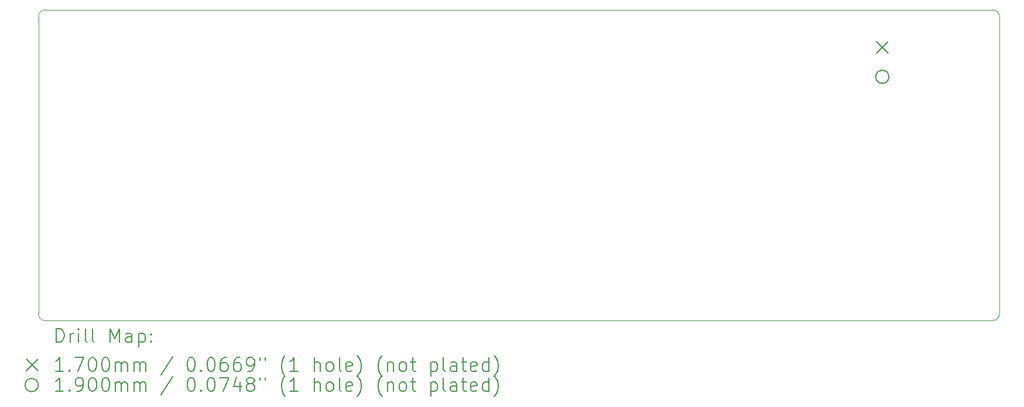
<source format=gbr>
%TF.GenerationSoftware,KiCad,Pcbnew,9.0.3*%
%TF.CreationDate,2025-08-26T17:04:27-07:00*%
%TF.ProjectId,newbatt,6e657762-6174-4742-9e6b-696361645f70,3*%
%TF.SameCoordinates,Original*%
%TF.FileFunction,Drillmap*%
%TF.FilePolarity,Positive*%
%FSLAX45Y45*%
G04 Gerber Fmt 4.5, Leading zero omitted, Abs format (unit mm)*
G04 Created by KiCad (PCBNEW 9.0.3) date 2025-08-26 17:04:27*
%MOMM*%
%LPD*%
G01*
G04 APERTURE LIST*
%ADD10C,0.050000*%
%ADD11C,0.200000*%
%ADD12C,0.170000*%
%ADD13C,0.190000*%
G04 APERTURE END LIST*
D10*
X15400000Y-5900000D02*
G75*
G02*
X15300000Y-6000000I-100000J0D01*
G01*
X1500000Y-1600000D02*
G75*
G02*
X1600000Y-1500000I100000J0D01*
G01*
X1500000Y-1600000D02*
X1500000Y-5900000D01*
X15400000Y-5900000D02*
X15400000Y-1600000D01*
X1600000Y-1500000D02*
X15300000Y-1500000D01*
X1600000Y-6000000D02*
G75*
G02*
X1500000Y-5900000I0J100000D01*
G01*
X1600000Y-6000000D02*
X15300000Y-6000000D01*
X15300000Y-1500000D02*
G75*
G02*
X15400000Y-1600000I0J-100000D01*
G01*
D11*
D12*
X13620000Y-1955000D02*
X13790000Y-2125000D01*
X13790000Y-1955000D02*
X13620000Y-2125000D01*
D13*
X13800000Y-2470000D02*
G75*
G02*
X13610000Y-2470000I-95000J0D01*
G01*
X13610000Y-2470000D02*
G75*
G02*
X13800000Y-2470000I95000J0D01*
G01*
D11*
X1758277Y-6313984D02*
X1758277Y-6113984D01*
X1758277Y-6113984D02*
X1805896Y-6113984D01*
X1805896Y-6113984D02*
X1834467Y-6123508D01*
X1834467Y-6123508D02*
X1853515Y-6142555D01*
X1853515Y-6142555D02*
X1863039Y-6161603D01*
X1863039Y-6161603D02*
X1872562Y-6199698D01*
X1872562Y-6199698D02*
X1872562Y-6228269D01*
X1872562Y-6228269D02*
X1863039Y-6266365D01*
X1863039Y-6266365D02*
X1853515Y-6285412D01*
X1853515Y-6285412D02*
X1834467Y-6304460D01*
X1834467Y-6304460D02*
X1805896Y-6313984D01*
X1805896Y-6313984D02*
X1758277Y-6313984D01*
X1958277Y-6313984D02*
X1958277Y-6180650D01*
X1958277Y-6218746D02*
X1967801Y-6199698D01*
X1967801Y-6199698D02*
X1977324Y-6190174D01*
X1977324Y-6190174D02*
X1996372Y-6180650D01*
X1996372Y-6180650D02*
X2015420Y-6180650D01*
X2082086Y-6313984D02*
X2082086Y-6180650D01*
X2082086Y-6113984D02*
X2072562Y-6123508D01*
X2072562Y-6123508D02*
X2082086Y-6133031D01*
X2082086Y-6133031D02*
X2091610Y-6123508D01*
X2091610Y-6123508D02*
X2082086Y-6113984D01*
X2082086Y-6113984D02*
X2082086Y-6133031D01*
X2205896Y-6313984D02*
X2186848Y-6304460D01*
X2186848Y-6304460D02*
X2177324Y-6285412D01*
X2177324Y-6285412D02*
X2177324Y-6113984D01*
X2310658Y-6313984D02*
X2291610Y-6304460D01*
X2291610Y-6304460D02*
X2282086Y-6285412D01*
X2282086Y-6285412D02*
X2282086Y-6113984D01*
X2539229Y-6313984D02*
X2539229Y-6113984D01*
X2539229Y-6113984D02*
X2605896Y-6256841D01*
X2605896Y-6256841D02*
X2672563Y-6113984D01*
X2672563Y-6113984D02*
X2672563Y-6313984D01*
X2853515Y-6313984D02*
X2853515Y-6209222D01*
X2853515Y-6209222D02*
X2843991Y-6190174D01*
X2843991Y-6190174D02*
X2824943Y-6180650D01*
X2824943Y-6180650D02*
X2786848Y-6180650D01*
X2786848Y-6180650D02*
X2767801Y-6190174D01*
X2853515Y-6304460D02*
X2834467Y-6313984D01*
X2834467Y-6313984D02*
X2786848Y-6313984D01*
X2786848Y-6313984D02*
X2767801Y-6304460D01*
X2767801Y-6304460D02*
X2758277Y-6285412D01*
X2758277Y-6285412D02*
X2758277Y-6266365D01*
X2758277Y-6266365D02*
X2767801Y-6247317D01*
X2767801Y-6247317D02*
X2786848Y-6237793D01*
X2786848Y-6237793D02*
X2834467Y-6237793D01*
X2834467Y-6237793D02*
X2853515Y-6228269D01*
X2948753Y-6180650D02*
X2948753Y-6380650D01*
X2948753Y-6190174D02*
X2967801Y-6180650D01*
X2967801Y-6180650D02*
X3005896Y-6180650D01*
X3005896Y-6180650D02*
X3024943Y-6190174D01*
X3024943Y-6190174D02*
X3034467Y-6199698D01*
X3034467Y-6199698D02*
X3043991Y-6218746D01*
X3043991Y-6218746D02*
X3043991Y-6275888D01*
X3043991Y-6275888D02*
X3034467Y-6294936D01*
X3034467Y-6294936D02*
X3024943Y-6304460D01*
X3024943Y-6304460D02*
X3005896Y-6313984D01*
X3005896Y-6313984D02*
X2967801Y-6313984D01*
X2967801Y-6313984D02*
X2948753Y-6304460D01*
X3129705Y-6294936D02*
X3139229Y-6304460D01*
X3139229Y-6304460D02*
X3129705Y-6313984D01*
X3129705Y-6313984D02*
X3120182Y-6304460D01*
X3120182Y-6304460D02*
X3129705Y-6294936D01*
X3129705Y-6294936D02*
X3129705Y-6313984D01*
X3129705Y-6190174D02*
X3139229Y-6199698D01*
X3139229Y-6199698D02*
X3129705Y-6209222D01*
X3129705Y-6209222D02*
X3120182Y-6199698D01*
X3120182Y-6199698D02*
X3129705Y-6190174D01*
X3129705Y-6190174D02*
X3129705Y-6209222D01*
D12*
X1327500Y-6557500D02*
X1497500Y-6727500D01*
X1497500Y-6557500D02*
X1327500Y-6727500D01*
D11*
X1863039Y-6733984D02*
X1748753Y-6733984D01*
X1805896Y-6733984D02*
X1805896Y-6533984D01*
X1805896Y-6533984D02*
X1786848Y-6562555D01*
X1786848Y-6562555D02*
X1767801Y-6581603D01*
X1767801Y-6581603D02*
X1748753Y-6591127D01*
X1948753Y-6714936D02*
X1958277Y-6724460D01*
X1958277Y-6724460D02*
X1948753Y-6733984D01*
X1948753Y-6733984D02*
X1939229Y-6724460D01*
X1939229Y-6724460D02*
X1948753Y-6714936D01*
X1948753Y-6714936D02*
X1948753Y-6733984D01*
X2024943Y-6533984D02*
X2158277Y-6533984D01*
X2158277Y-6533984D02*
X2072562Y-6733984D01*
X2272563Y-6533984D02*
X2291610Y-6533984D01*
X2291610Y-6533984D02*
X2310658Y-6543508D01*
X2310658Y-6543508D02*
X2320182Y-6553031D01*
X2320182Y-6553031D02*
X2329705Y-6572079D01*
X2329705Y-6572079D02*
X2339229Y-6610174D01*
X2339229Y-6610174D02*
X2339229Y-6657793D01*
X2339229Y-6657793D02*
X2329705Y-6695888D01*
X2329705Y-6695888D02*
X2320182Y-6714936D01*
X2320182Y-6714936D02*
X2310658Y-6724460D01*
X2310658Y-6724460D02*
X2291610Y-6733984D01*
X2291610Y-6733984D02*
X2272563Y-6733984D01*
X2272563Y-6733984D02*
X2253515Y-6724460D01*
X2253515Y-6724460D02*
X2243991Y-6714936D01*
X2243991Y-6714936D02*
X2234467Y-6695888D01*
X2234467Y-6695888D02*
X2224944Y-6657793D01*
X2224944Y-6657793D02*
X2224944Y-6610174D01*
X2224944Y-6610174D02*
X2234467Y-6572079D01*
X2234467Y-6572079D02*
X2243991Y-6553031D01*
X2243991Y-6553031D02*
X2253515Y-6543508D01*
X2253515Y-6543508D02*
X2272563Y-6533984D01*
X2463039Y-6533984D02*
X2482086Y-6533984D01*
X2482086Y-6533984D02*
X2501134Y-6543508D01*
X2501134Y-6543508D02*
X2510658Y-6553031D01*
X2510658Y-6553031D02*
X2520182Y-6572079D01*
X2520182Y-6572079D02*
X2529705Y-6610174D01*
X2529705Y-6610174D02*
X2529705Y-6657793D01*
X2529705Y-6657793D02*
X2520182Y-6695888D01*
X2520182Y-6695888D02*
X2510658Y-6714936D01*
X2510658Y-6714936D02*
X2501134Y-6724460D01*
X2501134Y-6724460D02*
X2482086Y-6733984D01*
X2482086Y-6733984D02*
X2463039Y-6733984D01*
X2463039Y-6733984D02*
X2443991Y-6724460D01*
X2443991Y-6724460D02*
X2434467Y-6714936D01*
X2434467Y-6714936D02*
X2424944Y-6695888D01*
X2424944Y-6695888D02*
X2415420Y-6657793D01*
X2415420Y-6657793D02*
X2415420Y-6610174D01*
X2415420Y-6610174D02*
X2424944Y-6572079D01*
X2424944Y-6572079D02*
X2434467Y-6553031D01*
X2434467Y-6553031D02*
X2443991Y-6543508D01*
X2443991Y-6543508D02*
X2463039Y-6533984D01*
X2615420Y-6733984D02*
X2615420Y-6600650D01*
X2615420Y-6619698D02*
X2624944Y-6610174D01*
X2624944Y-6610174D02*
X2643991Y-6600650D01*
X2643991Y-6600650D02*
X2672563Y-6600650D01*
X2672563Y-6600650D02*
X2691610Y-6610174D01*
X2691610Y-6610174D02*
X2701134Y-6629222D01*
X2701134Y-6629222D02*
X2701134Y-6733984D01*
X2701134Y-6629222D02*
X2710658Y-6610174D01*
X2710658Y-6610174D02*
X2729705Y-6600650D01*
X2729705Y-6600650D02*
X2758277Y-6600650D01*
X2758277Y-6600650D02*
X2777325Y-6610174D01*
X2777325Y-6610174D02*
X2786848Y-6629222D01*
X2786848Y-6629222D02*
X2786848Y-6733984D01*
X2882086Y-6733984D02*
X2882086Y-6600650D01*
X2882086Y-6619698D02*
X2891610Y-6610174D01*
X2891610Y-6610174D02*
X2910658Y-6600650D01*
X2910658Y-6600650D02*
X2939229Y-6600650D01*
X2939229Y-6600650D02*
X2958277Y-6610174D01*
X2958277Y-6610174D02*
X2967801Y-6629222D01*
X2967801Y-6629222D02*
X2967801Y-6733984D01*
X2967801Y-6629222D02*
X2977324Y-6610174D01*
X2977324Y-6610174D02*
X2996372Y-6600650D01*
X2996372Y-6600650D02*
X3024943Y-6600650D01*
X3024943Y-6600650D02*
X3043991Y-6610174D01*
X3043991Y-6610174D02*
X3053515Y-6629222D01*
X3053515Y-6629222D02*
X3053515Y-6733984D01*
X3443991Y-6524460D02*
X3272563Y-6781603D01*
X3701134Y-6533984D02*
X3720182Y-6533984D01*
X3720182Y-6533984D02*
X3739229Y-6543508D01*
X3739229Y-6543508D02*
X3748753Y-6553031D01*
X3748753Y-6553031D02*
X3758277Y-6572079D01*
X3758277Y-6572079D02*
X3767801Y-6610174D01*
X3767801Y-6610174D02*
X3767801Y-6657793D01*
X3767801Y-6657793D02*
X3758277Y-6695888D01*
X3758277Y-6695888D02*
X3748753Y-6714936D01*
X3748753Y-6714936D02*
X3739229Y-6724460D01*
X3739229Y-6724460D02*
X3720182Y-6733984D01*
X3720182Y-6733984D02*
X3701134Y-6733984D01*
X3701134Y-6733984D02*
X3682086Y-6724460D01*
X3682086Y-6724460D02*
X3672563Y-6714936D01*
X3672563Y-6714936D02*
X3663039Y-6695888D01*
X3663039Y-6695888D02*
X3653515Y-6657793D01*
X3653515Y-6657793D02*
X3653515Y-6610174D01*
X3653515Y-6610174D02*
X3663039Y-6572079D01*
X3663039Y-6572079D02*
X3672563Y-6553031D01*
X3672563Y-6553031D02*
X3682086Y-6543508D01*
X3682086Y-6543508D02*
X3701134Y-6533984D01*
X3853515Y-6714936D02*
X3863039Y-6724460D01*
X3863039Y-6724460D02*
X3853515Y-6733984D01*
X3853515Y-6733984D02*
X3843991Y-6724460D01*
X3843991Y-6724460D02*
X3853515Y-6714936D01*
X3853515Y-6714936D02*
X3853515Y-6733984D01*
X3986848Y-6533984D02*
X4005896Y-6533984D01*
X4005896Y-6533984D02*
X4024944Y-6543508D01*
X4024944Y-6543508D02*
X4034467Y-6553031D01*
X4034467Y-6553031D02*
X4043991Y-6572079D01*
X4043991Y-6572079D02*
X4053515Y-6610174D01*
X4053515Y-6610174D02*
X4053515Y-6657793D01*
X4053515Y-6657793D02*
X4043991Y-6695888D01*
X4043991Y-6695888D02*
X4034467Y-6714936D01*
X4034467Y-6714936D02*
X4024944Y-6724460D01*
X4024944Y-6724460D02*
X4005896Y-6733984D01*
X4005896Y-6733984D02*
X3986848Y-6733984D01*
X3986848Y-6733984D02*
X3967801Y-6724460D01*
X3967801Y-6724460D02*
X3958277Y-6714936D01*
X3958277Y-6714936D02*
X3948753Y-6695888D01*
X3948753Y-6695888D02*
X3939229Y-6657793D01*
X3939229Y-6657793D02*
X3939229Y-6610174D01*
X3939229Y-6610174D02*
X3948753Y-6572079D01*
X3948753Y-6572079D02*
X3958277Y-6553031D01*
X3958277Y-6553031D02*
X3967801Y-6543508D01*
X3967801Y-6543508D02*
X3986848Y-6533984D01*
X4224944Y-6533984D02*
X4186848Y-6533984D01*
X4186848Y-6533984D02*
X4167801Y-6543508D01*
X4167801Y-6543508D02*
X4158277Y-6553031D01*
X4158277Y-6553031D02*
X4139229Y-6581603D01*
X4139229Y-6581603D02*
X4129706Y-6619698D01*
X4129706Y-6619698D02*
X4129706Y-6695888D01*
X4129706Y-6695888D02*
X4139229Y-6714936D01*
X4139229Y-6714936D02*
X4148753Y-6724460D01*
X4148753Y-6724460D02*
X4167801Y-6733984D01*
X4167801Y-6733984D02*
X4205896Y-6733984D01*
X4205896Y-6733984D02*
X4224944Y-6724460D01*
X4224944Y-6724460D02*
X4234468Y-6714936D01*
X4234468Y-6714936D02*
X4243991Y-6695888D01*
X4243991Y-6695888D02*
X4243991Y-6648269D01*
X4243991Y-6648269D02*
X4234468Y-6629222D01*
X4234468Y-6629222D02*
X4224944Y-6619698D01*
X4224944Y-6619698D02*
X4205896Y-6610174D01*
X4205896Y-6610174D02*
X4167801Y-6610174D01*
X4167801Y-6610174D02*
X4148753Y-6619698D01*
X4148753Y-6619698D02*
X4139229Y-6629222D01*
X4139229Y-6629222D02*
X4129706Y-6648269D01*
X4415420Y-6533984D02*
X4377325Y-6533984D01*
X4377325Y-6533984D02*
X4358277Y-6543508D01*
X4358277Y-6543508D02*
X4348753Y-6553031D01*
X4348753Y-6553031D02*
X4329706Y-6581603D01*
X4329706Y-6581603D02*
X4320182Y-6619698D01*
X4320182Y-6619698D02*
X4320182Y-6695888D01*
X4320182Y-6695888D02*
X4329706Y-6714936D01*
X4329706Y-6714936D02*
X4339229Y-6724460D01*
X4339229Y-6724460D02*
X4358277Y-6733984D01*
X4358277Y-6733984D02*
X4396372Y-6733984D01*
X4396372Y-6733984D02*
X4415420Y-6724460D01*
X4415420Y-6724460D02*
X4424944Y-6714936D01*
X4424944Y-6714936D02*
X4434468Y-6695888D01*
X4434468Y-6695888D02*
X4434468Y-6648269D01*
X4434468Y-6648269D02*
X4424944Y-6629222D01*
X4424944Y-6629222D02*
X4415420Y-6619698D01*
X4415420Y-6619698D02*
X4396372Y-6610174D01*
X4396372Y-6610174D02*
X4358277Y-6610174D01*
X4358277Y-6610174D02*
X4339229Y-6619698D01*
X4339229Y-6619698D02*
X4329706Y-6629222D01*
X4329706Y-6629222D02*
X4320182Y-6648269D01*
X4529706Y-6733984D02*
X4567801Y-6733984D01*
X4567801Y-6733984D02*
X4586849Y-6724460D01*
X4586849Y-6724460D02*
X4596372Y-6714936D01*
X4596372Y-6714936D02*
X4615420Y-6686365D01*
X4615420Y-6686365D02*
X4624944Y-6648269D01*
X4624944Y-6648269D02*
X4624944Y-6572079D01*
X4624944Y-6572079D02*
X4615420Y-6553031D01*
X4615420Y-6553031D02*
X4605896Y-6543508D01*
X4605896Y-6543508D02*
X4586849Y-6533984D01*
X4586849Y-6533984D02*
X4548753Y-6533984D01*
X4548753Y-6533984D02*
X4529706Y-6543508D01*
X4529706Y-6543508D02*
X4520182Y-6553031D01*
X4520182Y-6553031D02*
X4510658Y-6572079D01*
X4510658Y-6572079D02*
X4510658Y-6619698D01*
X4510658Y-6619698D02*
X4520182Y-6638746D01*
X4520182Y-6638746D02*
X4529706Y-6648269D01*
X4529706Y-6648269D02*
X4548753Y-6657793D01*
X4548753Y-6657793D02*
X4586849Y-6657793D01*
X4586849Y-6657793D02*
X4605896Y-6648269D01*
X4605896Y-6648269D02*
X4615420Y-6638746D01*
X4615420Y-6638746D02*
X4624944Y-6619698D01*
X4701134Y-6533984D02*
X4701134Y-6572079D01*
X4777325Y-6533984D02*
X4777325Y-6572079D01*
X5072563Y-6810174D02*
X5063039Y-6800650D01*
X5063039Y-6800650D02*
X5043991Y-6772079D01*
X5043991Y-6772079D02*
X5034468Y-6753031D01*
X5034468Y-6753031D02*
X5024944Y-6724460D01*
X5024944Y-6724460D02*
X5015420Y-6676841D01*
X5015420Y-6676841D02*
X5015420Y-6638746D01*
X5015420Y-6638746D02*
X5024944Y-6591127D01*
X5024944Y-6591127D02*
X5034468Y-6562555D01*
X5034468Y-6562555D02*
X5043991Y-6543508D01*
X5043991Y-6543508D02*
X5063039Y-6514936D01*
X5063039Y-6514936D02*
X5072563Y-6505412D01*
X5253515Y-6733984D02*
X5139230Y-6733984D01*
X5196372Y-6733984D02*
X5196372Y-6533984D01*
X5196372Y-6533984D02*
X5177325Y-6562555D01*
X5177325Y-6562555D02*
X5158277Y-6581603D01*
X5158277Y-6581603D02*
X5139230Y-6591127D01*
X5491611Y-6733984D02*
X5491611Y-6533984D01*
X5577325Y-6733984D02*
X5577325Y-6629222D01*
X5577325Y-6629222D02*
X5567801Y-6610174D01*
X5567801Y-6610174D02*
X5548753Y-6600650D01*
X5548753Y-6600650D02*
X5520182Y-6600650D01*
X5520182Y-6600650D02*
X5501134Y-6610174D01*
X5501134Y-6610174D02*
X5491611Y-6619698D01*
X5701134Y-6733984D02*
X5682087Y-6724460D01*
X5682087Y-6724460D02*
X5672563Y-6714936D01*
X5672563Y-6714936D02*
X5663039Y-6695888D01*
X5663039Y-6695888D02*
X5663039Y-6638746D01*
X5663039Y-6638746D02*
X5672563Y-6619698D01*
X5672563Y-6619698D02*
X5682087Y-6610174D01*
X5682087Y-6610174D02*
X5701134Y-6600650D01*
X5701134Y-6600650D02*
X5729706Y-6600650D01*
X5729706Y-6600650D02*
X5748753Y-6610174D01*
X5748753Y-6610174D02*
X5758277Y-6619698D01*
X5758277Y-6619698D02*
X5767801Y-6638746D01*
X5767801Y-6638746D02*
X5767801Y-6695888D01*
X5767801Y-6695888D02*
X5758277Y-6714936D01*
X5758277Y-6714936D02*
X5748753Y-6724460D01*
X5748753Y-6724460D02*
X5729706Y-6733984D01*
X5729706Y-6733984D02*
X5701134Y-6733984D01*
X5882087Y-6733984D02*
X5863039Y-6724460D01*
X5863039Y-6724460D02*
X5853515Y-6705412D01*
X5853515Y-6705412D02*
X5853515Y-6533984D01*
X6034468Y-6724460D02*
X6015420Y-6733984D01*
X6015420Y-6733984D02*
X5977325Y-6733984D01*
X5977325Y-6733984D02*
X5958277Y-6724460D01*
X5958277Y-6724460D02*
X5948753Y-6705412D01*
X5948753Y-6705412D02*
X5948753Y-6629222D01*
X5948753Y-6629222D02*
X5958277Y-6610174D01*
X5958277Y-6610174D02*
X5977325Y-6600650D01*
X5977325Y-6600650D02*
X6015420Y-6600650D01*
X6015420Y-6600650D02*
X6034468Y-6610174D01*
X6034468Y-6610174D02*
X6043991Y-6629222D01*
X6043991Y-6629222D02*
X6043991Y-6648269D01*
X6043991Y-6648269D02*
X5948753Y-6667317D01*
X6110658Y-6810174D02*
X6120182Y-6800650D01*
X6120182Y-6800650D02*
X6139230Y-6772079D01*
X6139230Y-6772079D02*
X6148753Y-6753031D01*
X6148753Y-6753031D02*
X6158277Y-6724460D01*
X6158277Y-6724460D02*
X6167801Y-6676841D01*
X6167801Y-6676841D02*
X6167801Y-6638746D01*
X6167801Y-6638746D02*
X6158277Y-6591127D01*
X6158277Y-6591127D02*
X6148753Y-6562555D01*
X6148753Y-6562555D02*
X6139230Y-6543508D01*
X6139230Y-6543508D02*
X6120182Y-6514936D01*
X6120182Y-6514936D02*
X6110658Y-6505412D01*
X6472563Y-6810174D02*
X6463039Y-6800650D01*
X6463039Y-6800650D02*
X6443991Y-6772079D01*
X6443991Y-6772079D02*
X6434468Y-6753031D01*
X6434468Y-6753031D02*
X6424944Y-6724460D01*
X6424944Y-6724460D02*
X6415420Y-6676841D01*
X6415420Y-6676841D02*
X6415420Y-6638746D01*
X6415420Y-6638746D02*
X6424944Y-6591127D01*
X6424944Y-6591127D02*
X6434468Y-6562555D01*
X6434468Y-6562555D02*
X6443991Y-6543508D01*
X6443991Y-6543508D02*
X6463039Y-6514936D01*
X6463039Y-6514936D02*
X6472563Y-6505412D01*
X6548753Y-6600650D02*
X6548753Y-6733984D01*
X6548753Y-6619698D02*
X6558277Y-6610174D01*
X6558277Y-6610174D02*
X6577325Y-6600650D01*
X6577325Y-6600650D02*
X6605896Y-6600650D01*
X6605896Y-6600650D02*
X6624944Y-6610174D01*
X6624944Y-6610174D02*
X6634468Y-6629222D01*
X6634468Y-6629222D02*
X6634468Y-6733984D01*
X6758277Y-6733984D02*
X6739230Y-6724460D01*
X6739230Y-6724460D02*
X6729706Y-6714936D01*
X6729706Y-6714936D02*
X6720182Y-6695888D01*
X6720182Y-6695888D02*
X6720182Y-6638746D01*
X6720182Y-6638746D02*
X6729706Y-6619698D01*
X6729706Y-6619698D02*
X6739230Y-6610174D01*
X6739230Y-6610174D02*
X6758277Y-6600650D01*
X6758277Y-6600650D02*
X6786849Y-6600650D01*
X6786849Y-6600650D02*
X6805896Y-6610174D01*
X6805896Y-6610174D02*
X6815420Y-6619698D01*
X6815420Y-6619698D02*
X6824944Y-6638746D01*
X6824944Y-6638746D02*
X6824944Y-6695888D01*
X6824944Y-6695888D02*
X6815420Y-6714936D01*
X6815420Y-6714936D02*
X6805896Y-6724460D01*
X6805896Y-6724460D02*
X6786849Y-6733984D01*
X6786849Y-6733984D02*
X6758277Y-6733984D01*
X6882087Y-6600650D02*
X6958277Y-6600650D01*
X6910658Y-6533984D02*
X6910658Y-6705412D01*
X6910658Y-6705412D02*
X6920182Y-6724460D01*
X6920182Y-6724460D02*
X6939230Y-6733984D01*
X6939230Y-6733984D02*
X6958277Y-6733984D01*
X7177325Y-6600650D02*
X7177325Y-6800650D01*
X7177325Y-6610174D02*
X7196372Y-6600650D01*
X7196372Y-6600650D02*
X7234468Y-6600650D01*
X7234468Y-6600650D02*
X7253515Y-6610174D01*
X7253515Y-6610174D02*
X7263039Y-6619698D01*
X7263039Y-6619698D02*
X7272563Y-6638746D01*
X7272563Y-6638746D02*
X7272563Y-6695888D01*
X7272563Y-6695888D02*
X7263039Y-6714936D01*
X7263039Y-6714936D02*
X7253515Y-6724460D01*
X7253515Y-6724460D02*
X7234468Y-6733984D01*
X7234468Y-6733984D02*
X7196372Y-6733984D01*
X7196372Y-6733984D02*
X7177325Y-6724460D01*
X7386849Y-6733984D02*
X7367801Y-6724460D01*
X7367801Y-6724460D02*
X7358277Y-6705412D01*
X7358277Y-6705412D02*
X7358277Y-6533984D01*
X7548753Y-6733984D02*
X7548753Y-6629222D01*
X7548753Y-6629222D02*
X7539230Y-6610174D01*
X7539230Y-6610174D02*
X7520182Y-6600650D01*
X7520182Y-6600650D02*
X7482087Y-6600650D01*
X7482087Y-6600650D02*
X7463039Y-6610174D01*
X7548753Y-6724460D02*
X7529706Y-6733984D01*
X7529706Y-6733984D02*
X7482087Y-6733984D01*
X7482087Y-6733984D02*
X7463039Y-6724460D01*
X7463039Y-6724460D02*
X7453515Y-6705412D01*
X7453515Y-6705412D02*
X7453515Y-6686365D01*
X7453515Y-6686365D02*
X7463039Y-6667317D01*
X7463039Y-6667317D02*
X7482087Y-6657793D01*
X7482087Y-6657793D02*
X7529706Y-6657793D01*
X7529706Y-6657793D02*
X7548753Y-6648269D01*
X7615420Y-6600650D02*
X7691611Y-6600650D01*
X7643992Y-6533984D02*
X7643992Y-6705412D01*
X7643992Y-6705412D02*
X7653515Y-6724460D01*
X7653515Y-6724460D02*
X7672563Y-6733984D01*
X7672563Y-6733984D02*
X7691611Y-6733984D01*
X7834468Y-6724460D02*
X7815420Y-6733984D01*
X7815420Y-6733984D02*
X7777325Y-6733984D01*
X7777325Y-6733984D02*
X7758277Y-6724460D01*
X7758277Y-6724460D02*
X7748753Y-6705412D01*
X7748753Y-6705412D02*
X7748753Y-6629222D01*
X7748753Y-6629222D02*
X7758277Y-6610174D01*
X7758277Y-6610174D02*
X7777325Y-6600650D01*
X7777325Y-6600650D02*
X7815420Y-6600650D01*
X7815420Y-6600650D02*
X7834468Y-6610174D01*
X7834468Y-6610174D02*
X7843992Y-6629222D01*
X7843992Y-6629222D02*
X7843992Y-6648269D01*
X7843992Y-6648269D02*
X7748753Y-6667317D01*
X8015420Y-6733984D02*
X8015420Y-6533984D01*
X8015420Y-6724460D02*
X7996373Y-6733984D01*
X7996373Y-6733984D02*
X7958277Y-6733984D01*
X7958277Y-6733984D02*
X7939230Y-6724460D01*
X7939230Y-6724460D02*
X7929706Y-6714936D01*
X7929706Y-6714936D02*
X7920182Y-6695888D01*
X7920182Y-6695888D02*
X7920182Y-6638746D01*
X7920182Y-6638746D02*
X7929706Y-6619698D01*
X7929706Y-6619698D02*
X7939230Y-6610174D01*
X7939230Y-6610174D02*
X7958277Y-6600650D01*
X7958277Y-6600650D02*
X7996373Y-6600650D01*
X7996373Y-6600650D02*
X8015420Y-6610174D01*
X8091611Y-6810174D02*
X8101134Y-6800650D01*
X8101134Y-6800650D02*
X8120182Y-6772079D01*
X8120182Y-6772079D02*
X8129706Y-6753031D01*
X8129706Y-6753031D02*
X8139230Y-6724460D01*
X8139230Y-6724460D02*
X8148753Y-6676841D01*
X8148753Y-6676841D02*
X8148753Y-6638746D01*
X8148753Y-6638746D02*
X8139230Y-6591127D01*
X8139230Y-6591127D02*
X8129706Y-6562555D01*
X8129706Y-6562555D02*
X8120182Y-6543508D01*
X8120182Y-6543508D02*
X8101134Y-6514936D01*
X8101134Y-6514936D02*
X8091611Y-6505412D01*
D13*
X1497500Y-6932500D02*
G75*
G02*
X1307500Y-6932500I-95000J0D01*
G01*
X1307500Y-6932500D02*
G75*
G02*
X1497500Y-6932500I95000J0D01*
G01*
D11*
X1863039Y-7023984D02*
X1748753Y-7023984D01*
X1805896Y-7023984D02*
X1805896Y-6823984D01*
X1805896Y-6823984D02*
X1786848Y-6852555D01*
X1786848Y-6852555D02*
X1767801Y-6871603D01*
X1767801Y-6871603D02*
X1748753Y-6881127D01*
X1948753Y-7004936D02*
X1958277Y-7014460D01*
X1958277Y-7014460D02*
X1948753Y-7023984D01*
X1948753Y-7023984D02*
X1939229Y-7014460D01*
X1939229Y-7014460D02*
X1948753Y-7004936D01*
X1948753Y-7004936D02*
X1948753Y-7023984D01*
X2053515Y-7023984D02*
X2091610Y-7023984D01*
X2091610Y-7023984D02*
X2110658Y-7014460D01*
X2110658Y-7014460D02*
X2120182Y-7004936D01*
X2120182Y-7004936D02*
X2139229Y-6976365D01*
X2139229Y-6976365D02*
X2148753Y-6938269D01*
X2148753Y-6938269D02*
X2148753Y-6862079D01*
X2148753Y-6862079D02*
X2139229Y-6843031D01*
X2139229Y-6843031D02*
X2129705Y-6833508D01*
X2129705Y-6833508D02*
X2110658Y-6823984D01*
X2110658Y-6823984D02*
X2072562Y-6823984D01*
X2072562Y-6823984D02*
X2053515Y-6833508D01*
X2053515Y-6833508D02*
X2043991Y-6843031D01*
X2043991Y-6843031D02*
X2034467Y-6862079D01*
X2034467Y-6862079D02*
X2034467Y-6909698D01*
X2034467Y-6909698D02*
X2043991Y-6928746D01*
X2043991Y-6928746D02*
X2053515Y-6938269D01*
X2053515Y-6938269D02*
X2072562Y-6947793D01*
X2072562Y-6947793D02*
X2110658Y-6947793D01*
X2110658Y-6947793D02*
X2129705Y-6938269D01*
X2129705Y-6938269D02*
X2139229Y-6928746D01*
X2139229Y-6928746D02*
X2148753Y-6909698D01*
X2272563Y-6823984D02*
X2291610Y-6823984D01*
X2291610Y-6823984D02*
X2310658Y-6833508D01*
X2310658Y-6833508D02*
X2320182Y-6843031D01*
X2320182Y-6843031D02*
X2329705Y-6862079D01*
X2329705Y-6862079D02*
X2339229Y-6900174D01*
X2339229Y-6900174D02*
X2339229Y-6947793D01*
X2339229Y-6947793D02*
X2329705Y-6985888D01*
X2329705Y-6985888D02*
X2320182Y-7004936D01*
X2320182Y-7004936D02*
X2310658Y-7014460D01*
X2310658Y-7014460D02*
X2291610Y-7023984D01*
X2291610Y-7023984D02*
X2272563Y-7023984D01*
X2272563Y-7023984D02*
X2253515Y-7014460D01*
X2253515Y-7014460D02*
X2243991Y-7004936D01*
X2243991Y-7004936D02*
X2234467Y-6985888D01*
X2234467Y-6985888D02*
X2224944Y-6947793D01*
X2224944Y-6947793D02*
X2224944Y-6900174D01*
X2224944Y-6900174D02*
X2234467Y-6862079D01*
X2234467Y-6862079D02*
X2243991Y-6843031D01*
X2243991Y-6843031D02*
X2253515Y-6833508D01*
X2253515Y-6833508D02*
X2272563Y-6823984D01*
X2463039Y-6823984D02*
X2482086Y-6823984D01*
X2482086Y-6823984D02*
X2501134Y-6833508D01*
X2501134Y-6833508D02*
X2510658Y-6843031D01*
X2510658Y-6843031D02*
X2520182Y-6862079D01*
X2520182Y-6862079D02*
X2529705Y-6900174D01*
X2529705Y-6900174D02*
X2529705Y-6947793D01*
X2529705Y-6947793D02*
X2520182Y-6985888D01*
X2520182Y-6985888D02*
X2510658Y-7004936D01*
X2510658Y-7004936D02*
X2501134Y-7014460D01*
X2501134Y-7014460D02*
X2482086Y-7023984D01*
X2482086Y-7023984D02*
X2463039Y-7023984D01*
X2463039Y-7023984D02*
X2443991Y-7014460D01*
X2443991Y-7014460D02*
X2434467Y-7004936D01*
X2434467Y-7004936D02*
X2424944Y-6985888D01*
X2424944Y-6985888D02*
X2415420Y-6947793D01*
X2415420Y-6947793D02*
X2415420Y-6900174D01*
X2415420Y-6900174D02*
X2424944Y-6862079D01*
X2424944Y-6862079D02*
X2434467Y-6843031D01*
X2434467Y-6843031D02*
X2443991Y-6833508D01*
X2443991Y-6833508D02*
X2463039Y-6823984D01*
X2615420Y-7023984D02*
X2615420Y-6890650D01*
X2615420Y-6909698D02*
X2624944Y-6900174D01*
X2624944Y-6900174D02*
X2643991Y-6890650D01*
X2643991Y-6890650D02*
X2672563Y-6890650D01*
X2672563Y-6890650D02*
X2691610Y-6900174D01*
X2691610Y-6900174D02*
X2701134Y-6919222D01*
X2701134Y-6919222D02*
X2701134Y-7023984D01*
X2701134Y-6919222D02*
X2710658Y-6900174D01*
X2710658Y-6900174D02*
X2729705Y-6890650D01*
X2729705Y-6890650D02*
X2758277Y-6890650D01*
X2758277Y-6890650D02*
X2777325Y-6900174D01*
X2777325Y-6900174D02*
X2786848Y-6919222D01*
X2786848Y-6919222D02*
X2786848Y-7023984D01*
X2882086Y-7023984D02*
X2882086Y-6890650D01*
X2882086Y-6909698D02*
X2891610Y-6900174D01*
X2891610Y-6900174D02*
X2910658Y-6890650D01*
X2910658Y-6890650D02*
X2939229Y-6890650D01*
X2939229Y-6890650D02*
X2958277Y-6900174D01*
X2958277Y-6900174D02*
X2967801Y-6919222D01*
X2967801Y-6919222D02*
X2967801Y-7023984D01*
X2967801Y-6919222D02*
X2977324Y-6900174D01*
X2977324Y-6900174D02*
X2996372Y-6890650D01*
X2996372Y-6890650D02*
X3024943Y-6890650D01*
X3024943Y-6890650D02*
X3043991Y-6900174D01*
X3043991Y-6900174D02*
X3053515Y-6919222D01*
X3053515Y-6919222D02*
X3053515Y-7023984D01*
X3443991Y-6814460D02*
X3272563Y-7071603D01*
X3701134Y-6823984D02*
X3720182Y-6823984D01*
X3720182Y-6823984D02*
X3739229Y-6833508D01*
X3739229Y-6833508D02*
X3748753Y-6843031D01*
X3748753Y-6843031D02*
X3758277Y-6862079D01*
X3758277Y-6862079D02*
X3767801Y-6900174D01*
X3767801Y-6900174D02*
X3767801Y-6947793D01*
X3767801Y-6947793D02*
X3758277Y-6985888D01*
X3758277Y-6985888D02*
X3748753Y-7004936D01*
X3748753Y-7004936D02*
X3739229Y-7014460D01*
X3739229Y-7014460D02*
X3720182Y-7023984D01*
X3720182Y-7023984D02*
X3701134Y-7023984D01*
X3701134Y-7023984D02*
X3682086Y-7014460D01*
X3682086Y-7014460D02*
X3672563Y-7004936D01*
X3672563Y-7004936D02*
X3663039Y-6985888D01*
X3663039Y-6985888D02*
X3653515Y-6947793D01*
X3653515Y-6947793D02*
X3653515Y-6900174D01*
X3653515Y-6900174D02*
X3663039Y-6862079D01*
X3663039Y-6862079D02*
X3672563Y-6843031D01*
X3672563Y-6843031D02*
X3682086Y-6833508D01*
X3682086Y-6833508D02*
X3701134Y-6823984D01*
X3853515Y-7004936D02*
X3863039Y-7014460D01*
X3863039Y-7014460D02*
X3853515Y-7023984D01*
X3853515Y-7023984D02*
X3843991Y-7014460D01*
X3843991Y-7014460D02*
X3853515Y-7004936D01*
X3853515Y-7004936D02*
X3853515Y-7023984D01*
X3986848Y-6823984D02*
X4005896Y-6823984D01*
X4005896Y-6823984D02*
X4024944Y-6833508D01*
X4024944Y-6833508D02*
X4034467Y-6843031D01*
X4034467Y-6843031D02*
X4043991Y-6862079D01*
X4043991Y-6862079D02*
X4053515Y-6900174D01*
X4053515Y-6900174D02*
X4053515Y-6947793D01*
X4053515Y-6947793D02*
X4043991Y-6985888D01*
X4043991Y-6985888D02*
X4034467Y-7004936D01*
X4034467Y-7004936D02*
X4024944Y-7014460D01*
X4024944Y-7014460D02*
X4005896Y-7023984D01*
X4005896Y-7023984D02*
X3986848Y-7023984D01*
X3986848Y-7023984D02*
X3967801Y-7014460D01*
X3967801Y-7014460D02*
X3958277Y-7004936D01*
X3958277Y-7004936D02*
X3948753Y-6985888D01*
X3948753Y-6985888D02*
X3939229Y-6947793D01*
X3939229Y-6947793D02*
X3939229Y-6900174D01*
X3939229Y-6900174D02*
X3948753Y-6862079D01*
X3948753Y-6862079D02*
X3958277Y-6843031D01*
X3958277Y-6843031D02*
X3967801Y-6833508D01*
X3967801Y-6833508D02*
X3986848Y-6823984D01*
X4120182Y-6823984D02*
X4253515Y-6823984D01*
X4253515Y-6823984D02*
X4167801Y-7023984D01*
X4415420Y-6890650D02*
X4415420Y-7023984D01*
X4367801Y-6814460D02*
X4320182Y-6957317D01*
X4320182Y-6957317D02*
X4443991Y-6957317D01*
X4548753Y-6909698D02*
X4529706Y-6900174D01*
X4529706Y-6900174D02*
X4520182Y-6890650D01*
X4520182Y-6890650D02*
X4510658Y-6871603D01*
X4510658Y-6871603D02*
X4510658Y-6862079D01*
X4510658Y-6862079D02*
X4520182Y-6843031D01*
X4520182Y-6843031D02*
X4529706Y-6833508D01*
X4529706Y-6833508D02*
X4548753Y-6823984D01*
X4548753Y-6823984D02*
X4586849Y-6823984D01*
X4586849Y-6823984D02*
X4605896Y-6833508D01*
X4605896Y-6833508D02*
X4615420Y-6843031D01*
X4615420Y-6843031D02*
X4624944Y-6862079D01*
X4624944Y-6862079D02*
X4624944Y-6871603D01*
X4624944Y-6871603D02*
X4615420Y-6890650D01*
X4615420Y-6890650D02*
X4605896Y-6900174D01*
X4605896Y-6900174D02*
X4586849Y-6909698D01*
X4586849Y-6909698D02*
X4548753Y-6909698D01*
X4548753Y-6909698D02*
X4529706Y-6919222D01*
X4529706Y-6919222D02*
X4520182Y-6928746D01*
X4520182Y-6928746D02*
X4510658Y-6947793D01*
X4510658Y-6947793D02*
X4510658Y-6985888D01*
X4510658Y-6985888D02*
X4520182Y-7004936D01*
X4520182Y-7004936D02*
X4529706Y-7014460D01*
X4529706Y-7014460D02*
X4548753Y-7023984D01*
X4548753Y-7023984D02*
X4586849Y-7023984D01*
X4586849Y-7023984D02*
X4605896Y-7014460D01*
X4605896Y-7014460D02*
X4615420Y-7004936D01*
X4615420Y-7004936D02*
X4624944Y-6985888D01*
X4624944Y-6985888D02*
X4624944Y-6947793D01*
X4624944Y-6947793D02*
X4615420Y-6928746D01*
X4615420Y-6928746D02*
X4605896Y-6919222D01*
X4605896Y-6919222D02*
X4586849Y-6909698D01*
X4701134Y-6823984D02*
X4701134Y-6862079D01*
X4777325Y-6823984D02*
X4777325Y-6862079D01*
X5072563Y-7100174D02*
X5063039Y-7090650D01*
X5063039Y-7090650D02*
X5043991Y-7062079D01*
X5043991Y-7062079D02*
X5034468Y-7043031D01*
X5034468Y-7043031D02*
X5024944Y-7014460D01*
X5024944Y-7014460D02*
X5015420Y-6966841D01*
X5015420Y-6966841D02*
X5015420Y-6928746D01*
X5015420Y-6928746D02*
X5024944Y-6881127D01*
X5024944Y-6881127D02*
X5034468Y-6852555D01*
X5034468Y-6852555D02*
X5043991Y-6833508D01*
X5043991Y-6833508D02*
X5063039Y-6804936D01*
X5063039Y-6804936D02*
X5072563Y-6795412D01*
X5253515Y-7023984D02*
X5139230Y-7023984D01*
X5196372Y-7023984D02*
X5196372Y-6823984D01*
X5196372Y-6823984D02*
X5177325Y-6852555D01*
X5177325Y-6852555D02*
X5158277Y-6871603D01*
X5158277Y-6871603D02*
X5139230Y-6881127D01*
X5491611Y-7023984D02*
X5491611Y-6823984D01*
X5577325Y-7023984D02*
X5577325Y-6919222D01*
X5577325Y-6919222D02*
X5567801Y-6900174D01*
X5567801Y-6900174D02*
X5548753Y-6890650D01*
X5548753Y-6890650D02*
X5520182Y-6890650D01*
X5520182Y-6890650D02*
X5501134Y-6900174D01*
X5501134Y-6900174D02*
X5491611Y-6909698D01*
X5701134Y-7023984D02*
X5682087Y-7014460D01*
X5682087Y-7014460D02*
X5672563Y-7004936D01*
X5672563Y-7004936D02*
X5663039Y-6985888D01*
X5663039Y-6985888D02*
X5663039Y-6928746D01*
X5663039Y-6928746D02*
X5672563Y-6909698D01*
X5672563Y-6909698D02*
X5682087Y-6900174D01*
X5682087Y-6900174D02*
X5701134Y-6890650D01*
X5701134Y-6890650D02*
X5729706Y-6890650D01*
X5729706Y-6890650D02*
X5748753Y-6900174D01*
X5748753Y-6900174D02*
X5758277Y-6909698D01*
X5758277Y-6909698D02*
X5767801Y-6928746D01*
X5767801Y-6928746D02*
X5767801Y-6985888D01*
X5767801Y-6985888D02*
X5758277Y-7004936D01*
X5758277Y-7004936D02*
X5748753Y-7014460D01*
X5748753Y-7014460D02*
X5729706Y-7023984D01*
X5729706Y-7023984D02*
X5701134Y-7023984D01*
X5882087Y-7023984D02*
X5863039Y-7014460D01*
X5863039Y-7014460D02*
X5853515Y-6995412D01*
X5853515Y-6995412D02*
X5853515Y-6823984D01*
X6034468Y-7014460D02*
X6015420Y-7023984D01*
X6015420Y-7023984D02*
X5977325Y-7023984D01*
X5977325Y-7023984D02*
X5958277Y-7014460D01*
X5958277Y-7014460D02*
X5948753Y-6995412D01*
X5948753Y-6995412D02*
X5948753Y-6919222D01*
X5948753Y-6919222D02*
X5958277Y-6900174D01*
X5958277Y-6900174D02*
X5977325Y-6890650D01*
X5977325Y-6890650D02*
X6015420Y-6890650D01*
X6015420Y-6890650D02*
X6034468Y-6900174D01*
X6034468Y-6900174D02*
X6043991Y-6919222D01*
X6043991Y-6919222D02*
X6043991Y-6938269D01*
X6043991Y-6938269D02*
X5948753Y-6957317D01*
X6110658Y-7100174D02*
X6120182Y-7090650D01*
X6120182Y-7090650D02*
X6139230Y-7062079D01*
X6139230Y-7062079D02*
X6148753Y-7043031D01*
X6148753Y-7043031D02*
X6158277Y-7014460D01*
X6158277Y-7014460D02*
X6167801Y-6966841D01*
X6167801Y-6966841D02*
X6167801Y-6928746D01*
X6167801Y-6928746D02*
X6158277Y-6881127D01*
X6158277Y-6881127D02*
X6148753Y-6852555D01*
X6148753Y-6852555D02*
X6139230Y-6833508D01*
X6139230Y-6833508D02*
X6120182Y-6804936D01*
X6120182Y-6804936D02*
X6110658Y-6795412D01*
X6472563Y-7100174D02*
X6463039Y-7090650D01*
X6463039Y-7090650D02*
X6443991Y-7062079D01*
X6443991Y-7062079D02*
X6434468Y-7043031D01*
X6434468Y-7043031D02*
X6424944Y-7014460D01*
X6424944Y-7014460D02*
X6415420Y-6966841D01*
X6415420Y-6966841D02*
X6415420Y-6928746D01*
X6415420Y-6928746D02*
X6424944Y-6881127D01*
X6424944Y-6881127D02*
X6434468Y-6852555D01*
X6434468Y-6852555D02*
X6443991Y-6833508D01*
X6443991Y-6833508D02*
X6463039Y-6804936D01*
X6463039Y-6804936D02*
X6472563Y-6795412D01*
X6548753Y-6890650D02*
X6548753Y-7023984D01*
X6548753Y-6909698D02*
X6558277Y-6900174D01*
X6558277Y-6900174D02*
X6577325Y-6890650D01*
X6577325Y-6890650D02*
X6605896Y-6890650D01*
X6605896Y-6890650D02*
X6624944Y-6900174D01*
X6624944Y-6900174D02*
X6634468Y-6919222D01*
X6634468Y-6919222D02*
X6634468Y-7023984D01*
X6758277Y-7023984D02*
X6739230Y-7014460D01*
X6739230Y-7014460D02*
X6729706Y-7004936D01*
X6729706Y-7004936D02*
X6720182Y-6985888D01*
X6720182Y-6985888D02*
X6720182Y-6928746D01*
X6720182Y-6928746D02*
X6729706Y-6909698D01*
X6729706Y-6909698D02*
X6739230Y-6900174D01*
X6739230Y-6900174D02*
X6758277Y-6890650D01*
X6758277Y-6890650D02*
X6786849Y-6890650D01*
X6786849Y-6890650D02*
X6805896Y-6900174D01*
X6805896Y-6900174D02*
X6815420Y-6909698D01*
X6815420Y-6909698D02*
X6824944Y-6928746D01*
X6824944Y-6928746D02*
X6824944Y-6985888D01*
X6824944Y-6985888D02*
X6815420Y-7004936D01*
X6815420Y-7004936D02*
X6805896Y-7014460D01*
X6805896Y-7014460D02*
X6786849Y-7023984D01*
X6786849Y-7023984D02*
X6758277Y-7023984D01*
X6882087Y-6890650D02*
X6958277Y-6890650D01*
X6910658Y-6823984D02*
X6910658Y-6995412D01*
X6910658Y-6995412D02*
X6920182Y-7014460D01*
X6920182Y-7014460D02*
X6939230Y-7023984D01*
X6939230Y-7023984D02*
X6958277Y-7023984D01*
X7177325Y-6890650D02*
X7177325Y-7090650D01*
X7177325Y-6900174D02*
X7196372Y-6890650D01*
X7196372Y-6890650D02*
X7234468Y-6890650D01*
X7234468Y-6890650D02*
X7253515Y-6900174D01*
X7253515Y-6900174D02*
X7263039Y-6909698D01*
X7263039Y-6909698D02*
X7272563Y-6928746D01*
X7272563Y-6928746D02*
X7272563Y-6985888D01*
X7272563Y-6985888D02*
X7263039Y-7004936D01*
X7263039Y-7004936D02*
X7253515Y-7014460D01*
X7253515Y-7014460D02*
X7234468Y-7023984D01*
X7234468Y-7023984D02*
X7196372Y-7023984D01*
X7196372Y-7023984D02*
X7177325Y-7014460D01*
X7386849Y-7023984D02*
X7367801Y-7014460D01*
X7367801Y-7014460D02*
X7358277Y-6995412D01*
X7358277Y-6995412D02*
X7358277Y-6823984D01*
X7548753Y-7023984D02*
X7548753Y-6919222D01*
X7548753Y-6919222D02*
X7539230Y-6900174D01*
X7539230Y-6900174D02*
X7520182Y-6890650D01*
X7520182Y-6890650D02*
X7482087Y-6890650D01*
X7482087Y-6890650D02*
X7463039Y-6900174D01*
X7548753Y-7014460D02*
X7529706Y-7023984D01*
X7529706Y-7023984D02*
X7482087Y-7023984D01*
X7482087Y-7023984D02*
X7463039Y-7014460D01*
X7463039Y-7014460D02*
X7453515Y-6995412D01*
X7453515Y-6995412D02*
X7453515Y-6976365D01*
X7453515Y-6976365D02*
X7463039Y-6957317D01*
X7463039Y-6957317D02*
X7482087Y-6947793D01*
X7482087Y-6947793D02*
X7529706Y-6947793D01*
X7529706Y-6947793D02*
X7548753Y-6938269D01*
X7615420Y-6890650D02*
X7691611Y-6890650D01*
X7643992Y-6823984D02*
X7643992Y-6995412D01*
X7643992Y-6995412D02*
X7653515Y-7014460D01*
X7653515Y-7014460D02*
X7672563Y-7023984D01*
X7672563Y-7023984D02*
X7691611Y-7023984D01*
X7834468Y-7014460D02*
X7815420Y-7023984D01*
X7815420Y-7023984D02*
X7777325Y-7023984D01*
X7777325Y-7023984D02*
X7758277Y-7014460D01*
X7758277Y-7014460D02*
X7748753Y-6995412D01*
X7748753Y-6995412D02*
X7748753Y-6919222D01*
X7748753Y-6919222D02*
X7758277Y-6900174D01*
X7758277Y-6900174D02*
X7777325Y-6890650D01*
X7777325Y-6890650D02*
X7815420Y-6890650D01*
X7815420Y-6890650D02*
X7834468Y-6900174D01*
X7834468Y-6900174D02*
X7843992Y-6919222D01*
X7843992Y-6919222D02*
X7843992Y-6938269D01*
X7843992Y-6938269D02*
X7748753Y-6957317D01*
X8015420Y-7023984D02*
X8015420Y-6823984D01*
X8015420Y-7014460D02*
X7996373Y-7023984D01*
X7996373Y-7023984D02*
X7958277Y-7023984D01*
X7958277Y-7023984D02*
X7939230Y-7014460D01*
X7939230Y-7014460D02*
X7929706Y-7004936D01*
X7929706Y-7004936D02*
X7920182Y-6985888D01*
X7920182Y-6985888D02*
X7920182Y-6928746D01*
X7920182Y-6928746D02*
X7929706Y-6909698D01*
X7929706Y-6909698D02*
X7939230Y-6900174D01*
X7939230Y-6900174D02*
X7958277Y-6890650D01*
X7958277Y-6890650D02*
X7996373Y-6890650D01*
X7996373Y-6890650D02*
X8015420Y-6900174D01*
X8091611Y-7100174D02*
X8101134Y-7090650D01*
X8101134Y-7090650D02*
X8120182Y-7062079D01*
X8120182Y-7062079D02*
X8129706Y-7043031D01*
X8129706Y-7043031D02*
X8139230Y-7014460D01*
X8139230Y-7014460D02*
X8148753Y-6966841D01*
X8148753Y-6966841D02*
X8148753Y-6928746D01*
X8148753Y-6928746D02*
X8139230Y-6881127D01*
X8139230Y-6881127D02*
X8129706Y-6852555D01*
X8129706Y-6852555D02*
X8120182Y-6833508D01*
X8120182Y-6833508D02*
X8101134Y-6804936D01*
X8101134Y-6804936D02*
X8091611Y-6795412D01*
M02*

</source>
